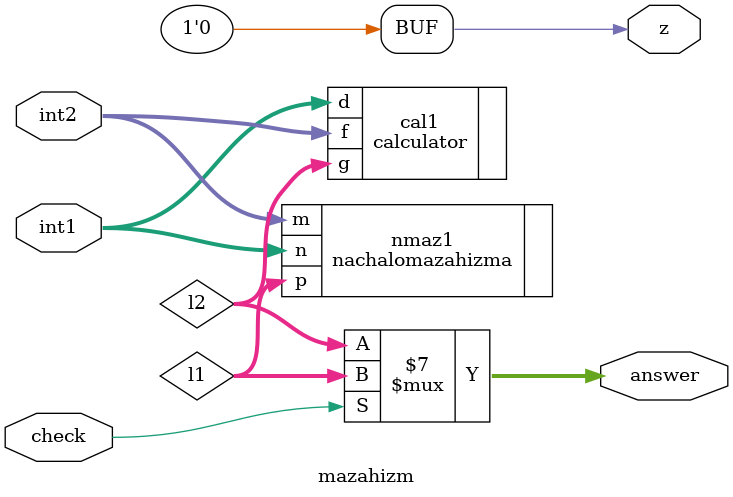
<source format=v>
module mazahizm (output reg z,output reg [15:0]answer, input [15:0]int1, input [15:0]int2, input check );
wire [15:0]l1,l2;

nachalomazahizma nmaz1(.p(l1),.n(int1),.m(int2));

calculator cal1(.g(l2),.d(int1),.f(int2));
always@(check,l1, l2)
begin
if (check&check)
answer=l1;
else
answer=l2;
if (answer==16'b0000000000000000)
z=0;
else
z=0;
end
endmodule

</source>
